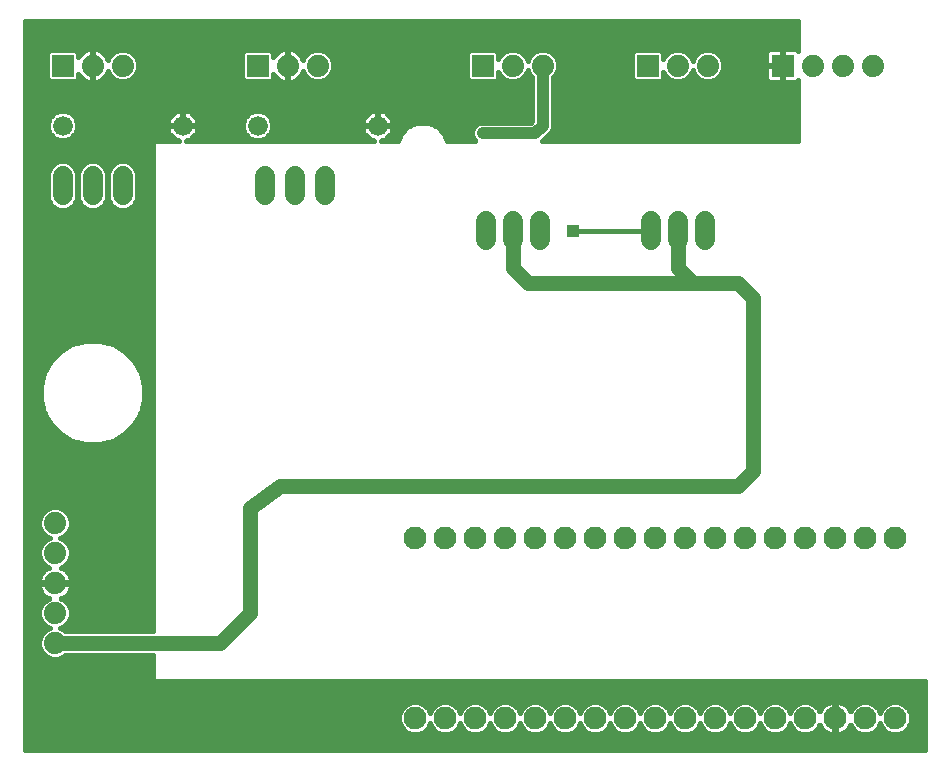
<source format=gbl>
G75*
%MOIN*%
%OFA0B0*%
%FSLAX25Y25*%
%IPPOS*%
%LPD*%
%AMOC8*
5,1,8,0,0,1.08239X$1,22.5*
%
%ADD10C,0.07400*%
%ADD11C,0.06600*%
%ADD12R,0.07400X0.07400*%
%ADD13C,0.06600*%
%ADD14C,0.07600*%
%ADD15C,0.03962*%
%ADD16C,0.04000*%
%ADD17C,0.01600*%
%ADD18C,0.05000*%
%ADD19R,0.03962X0.03962*%
D10*
X0034300Y0073933D03*
X0034300Y0083933D03*
X0034300Y0093933D03*
X0034300Y0103933D03*
X0034300Y0113933D03*
X0046800Y0266433D03*
X0056800Y0266433D03*
X0111800Y0266433D03*
X0121800Y0266433D03*
X0186800Y0266433D03*
X0196800Y0266433D03*
X0241800Y0266433D03*
X0251800Y0266433D03*
X0286800Y0266433D03*
X0296800Y0266433D03*
X0306800Y0266433D03*
D11*
X0141800Y0246433D03*
X0101800Y0246433D03*
X0076800Y0246433D03*
X0036800Y0246433D03*
D12*
X0036800Y0266433D03*
X0101800Y0266433D03*
X0176800Y0266433D03*
X0231800Y0266433D03*
X0276800Y0266433D03*
D13*
X0250800Y0214733D02*
X0250800Y0208133D01*
X0241800Y0208133D02*
X0241800Y0214733D01*
X0232800Y0214733D02*
X0232800Y0208133D01*
X0195800Y0208133D02*
X0195800Y0214733D01*
X0186800Y0214733D02*
X0186800Y0208133D01*
X0177800Y0208133D02*
X0177800Y0214733D01*
X0124300Y0223133D02*
X0124300Y0229733D01*
X0114300Y0229733D02*
X0114300Y0223133D01*
X0104300Y0223133D02*
X0104300Y0229733D01*
X0056800Y0229733D02*
X0056800Y0223133D01*
X0046800Y0223133D02*
X0046800Y0229733D01*
X0036800Y0229733D02*
X0036800Y0223133D01*
D14*
X0154300Y0108933D03*
X0164300Y0108933D03*
X0174300Y0108933D03*
X0184300Y0108933D03*
X0194300Y0108933D03*
X0204300Y0108933D03*
X0214300Y0108933D03*
X0224300Y0108933D03*
X0234300Y0108933D03*
X0244300Y0108933D03*
X0254300Y0108933D03*
X0264300Y0108933D03*
X0274300Y0108933D03*
X0284300Y0108933D03*
X0294300Y0108933D03*
X0304300Y0108933D03*
X0314300Y0108933D03*
X0314300Y0048933D03*
X0304300Y0048933D03*
X0294300Y0048933D03*
X0284300Y0048933D03*
X0274300Y0048933D03*
X0264300Y0048933D03*
X0254300Y0048933D03*
X0244300Y0048933D03*
X0234300Y0048933D03*
X0224300Y0048933D03*
X0214300Y0048933D03*
X0204300Y0048933D03*
X0194300Y0048933D03*
X0184300Y0048933D03*
X0174300Y0048933D03*
X0164300Y0048933D03*
X0154300Y0048933D03*
D15*
X0121800Y0051433D03*
X0176800Y0243933D03*
D16*
X0194300Y0243933D01*
X0196800Y0246433D01*
X0196800Y0266433D01*
D17*
X0024300Y0281433D02*
X0024300Y0038217D01*
X0324300Y0038217D01*
X0324300Y0061433D01*
X0066800Y0061433D01*
X0066800Y0069924D01*
X0037657Y0069924D01*
X0037250Y0069517D01*
X0035336Y0068724D01*
X0033264Y0068724D01*
X0031350Y0069517D01*
X0029884Y0070983D01*
X0029091Y0072897D01*
X0029091Y0074969D01*
X0029884Y0076884D01*
X0031350Y0078349D01*
X0032760Y0078933D01*
X0031350Y0079517D01*
X0029884Y0080983D01*
X0029091Y0082897D01*
X0029091Y0084969D01*
X0029884Y0086884D01*
X0031350Y0088349D01*
X0032378Y0088775D01*
X0032189Y0088836D01*
X0031417Y0089229D01*
X0030717Y0089738D01*
X0030105Y0090350D01*
X0029596Y0091050D01*
X0029203Y0091822D01*
X0028935Y0092645D01*
X0028800Y0093500D01*
X0028800Y0093733D01*
X0034100Y0093733D01*
X0034100Y0094133D01*
X0028800Y0094133D01*
X0028800Y0094366D01*
X0028935Y0095221D01*
X0029203Y0096044D01*
X0029596Y0096816D01*
X0030105Y0097516D01*
X0030717Y0098128D01*
X0031417Y0098637D01*
X0032189Y0099030D01*
X0032378Y0099091D01*
X0031350Y0099517D01*
X0029884Y0100983D01*
X0029091Y0102897D01*
X0029091Y0104969D01*
X0029884Y0106884D01*
X0031350Y0108349D01*
X0032760Y0108933D01*
X0031350Y0109517D01*
X0029884Y0110983D01*
X0029091Y0112897D01*
X0029091Y0114969D01*
X0029884Y0116884D01*
X0031350Y0118349D01*
X0033264Y0119142D01*
X0035336Y0119142D01*
X0037250Y0118349D01*
X0038716Y0116884D01*
X0039509Y0114969D01*
X0039509Y0112897D01*
X0038716Y0110983D01*
X0037250Y0109517D01*
X0035840Y0108933D01*
X0037250Y0108349D01*
X0038716Y0106884D01*
X0039509Y0104969D01*
X0039509Y0102897D01*
X0038716Y0100983D01*
X0037250Y0099517D01*
X0036222Y0099091D01*
X0036411Y0099030D01*
X0037183Y0098637D01*
X0037883Y0098128D01*
X0038495Y0097516D01*
X0039004Y0096816D01*
X0039397Y0096044D01*
X0039665Y0095221D01*
X0039800Y0094366D01*
X0039800Y0094133D01*
X0034500Y0094133D01*
X0034500Y0093733D01*
X0039800Y0093733D01*
X0039800Y0093500D01*
X0039665Y0092645D01*
X0039397Y0091822D01*
X0039004Y0091050D01*
X0038495Y0090350D01*
X0037883Y0089738D01*
X0037183Y0089229D01*
X0036411Y0088836D01*
X0036222Y0088775D01*
X0037250Y0088349D01*
X0038716Y0086884D01*
X0039509Y0084969D01*
X0039509Y0082897D01*
X0038716Y0080983D01*
X0037250Y0079517D01*
X0035840Y0078933D01*
X0037250Y0078349D01*
X0037657Y0077942D01*
X0066800Y0077942D01*
X0066800Y0241433D01*
X0075767Y0241433D01*
X0075606Y0241459D01*
X0074842Y0241707D01*
X0074127Y0242071D01*
X0073478Y0242543D01*
X0072910Y0243111D01*
X0072438Y0243760D01*
X0072074Y0244475D01*
X0071826Y0245239D01*
X0071700Y0246032D01*
X0071700Y0246133D01*
X0076500Y0246133D01*
X0076500Y0246733D01*
X0071700Y0246733D01*
X0071700Y0246834D01*
X0071826Y0247627D01*
X0072074Y0248391D01*
X0072438Y0249106D01*
X0072910Y0249755D01*
X0073478Y0250323D01*
X0074127Y0250795D01*
X0074842Y0251159D01*
X0075606Y0251407D01*
X0076399Y0251533D01*
X0076500Y0251533D01*
X0076500Y0246733D01*
X0077100Y0246733D01*
X0081900Y0246733D01*
X0081900Y0246834D01*
X0081774Y0247627D01*
X0081526Y0248391D01*
X0081162Y0249106D01*
X0080690Y0249755D01*
X0080122Y0250323D01*
X0079473Y0250795D01*
X0078758Y0251159D01*
X0077994Y0251407D01*
X0077201Y0251533D01*
X0077100Y0251533D01*
X0077100Y0246733D01*
X0077100Y0246133D01*
X0081900Y0246133D01*
X0081900Y0246032D01*
X0081774Y0245239D01*
X0081526Y0244475D01*
X0081162Y0243760D01*
X0080690Y0243111D01*
X0080122Y0242543D01*
X0079473Y0242071D01*
X0078758Y0241707D01*
X0077994Y0241459D01*
X0077833Y0241433D01*
X0140767Y0241433D01*
X0140606Y0241459D01*
X0139842Y0241707D01*
X0139127Y0242071D01*
X0138478Y0242543D01*
X0137910Y0243111D01*
X0137438Y0243760D01*
X0137074Y0244475D01*
X0136826Y0245239D01*
X0136700Y0246032D01*
X0136700Y0246133D01*
X0141500Y0246133D01*
X0141500Y0246733D01*
X0136700Y0246733D01*
X0136700Y0246834D01*
X0136826Y0247627D01*
X0137074Y0248391D01*
X0137438Y0249106D01*
X0137910Y0249755D01*
X0138478Y0250323D01*
X0139127Y0250795D01*
X0139842Y0251159D01*
X0140606Y0251407D01*
X0141399Y0251533D01*
X0141500Y0251533D01*
X0141500Y0246733D01*
X0142100Y0246733D01*
X0146900Y0246733D01*
X0146900Y0246834D01*
X0146774Y0247627D01*
X0146526Y0248391D01*
X0146162Y0249106D01*
X0145690Y0249755D01*
X0145122Y0250323D01*
X0144473Y0250795D01*
X0143758Y0251159D01*
X0142994Y0251407D01*
X0142201Y0251533D01*
X0142100Y0251533D01*
X0142100Y0246733D01*
X0142100Y0246133D01*
X0146900Y0246133D01*
X0146900Y0246032D01*
X0146774Y0245239D01*
X0146526Y0244475D01*
X0146162Y0243760D01*
X0145690Y0243111D01*
X0145122Y0242543D01*
X0144473Y0242071D01*
X0143758Y0241707D01*
X0142994Y0241459D01*
X0142833Y0241433D01*
X0148635Y0241433D01*
X0149594Y0243748D01*
X0149594Y0243748D01*
X0151985Y0246139D01*
X0151985Y0246139D01*
X0155109Y0247433D01*
X0158491Y0247433D01*
X0161615Y0246139D01*
X0161615Y0246139D01*
X0164006Y0243748D01*
X0164006Y0243748D01*
X0164965Y0241433D01*
X0174338Y0241433D01*
X0173826Y0241946D01*
X0173291Y0243235D01*
X0173291Y0244631D01*
X0173826Y0245921D01*
X0174812Y0246908D01*
X0176102Y0247442D01*
X0192847Y0247442D01*
X0193291Y0247886D01*
X0193291Y0262576D01*
X0192384Y0263483D01*
X0191800Y0264893D01*
X0191216Y0263483D01*
X0189750Y0262017D01*
X0187836Y0261224D01*
X0185764Y0261224D01*
X0183850Y0262017D01*
X0182384Y0263483D01*
X0182009Y0264390D01*
X0182009Y0262108D01*
X0181125Y0261224D01*
X0172475Y0261224D01*
X0171591Y0262108D01*
X0171591Y0270758D01*
X0172475Y0271642D01*
X0181125Y0271642D01*
X0182009Y0270758D01*
X0182009Y0268477D01*
X0182384Y0269384D01*
X0183850Y0270849D01*
X0185764Y0271642D01*
X0187836Y0271642D01*
X0189750Y0270849D01*
X0191216Y0269384D01*
X0191800Y0267973D01*
X0192384Y0269384D01*
X0193850Y0270849D01*
X0195764Y0271642D01*
X0197836Y0271642D01*
X0199750Y0270849D01*
X0201216Y0269384D01*
X0202009Y0267469D01*
X0202009Y0265397D01*
X0201216Y0263483D01*
X0200309Y0262576D01*
X0200309Y0245735D01*
X0199774Y0244446D01*
X0198787Y0243459D01*
X0196762Y0241433D01*
X0281800Y0241433D01*
X0281800Y0261487D01*
X0281605Y0261293D01*
X0281195Y0261056D01*
X0280737Y0260933D01*
X0277000Y0260933D01*
X0277000Y0266233D01*
X0276600Y0266233D01*
X0276600Y0260933D01*
X0272863Y0260933D01*
X0272405Y0261056D01*
X0271995Y0261293D01*
X0271660Y0261628D01*
X0271423Y0262038D01*
X0271300Y0262496D01*
X0271300Y0266233D01*
X0276600Y0266233D01*
X0276600Y0266633D01*
X0271300Y0266633D01*
X0271300Y0270370D01*
X0271423Y0270828D01*
X0271660Y0271238D01*
X0271995Y0271573D01*
X0272405Y0271810D01*
X0272863Y0271933D01*
X0276600Y0271933D01*
X0276600Y0266633D01*
X0277000Y0266633D01*
X0277000Y0271933D01*
X0280737Y0271933D01*
X0281195Y0271810D01*
X0281605Y0271573D01*
X0281800Y0271379D01*
X0281800Y0281433D01*
X0024300Y0281433D01*
X0024300Y0279946D02*
X0281800Y0279946D01*
X0281800Y0278347D02*
X0024300Y0278347D01*
X0024300Y0276749D02*
X0281800Y0276749D01*
X0281800Y0275150D02*
X0024300Y0275150D01*
X0024300Y0273552D02*
X0281800Y0273552D01*
X0281800Y0271953D02*
X0024300Y0271953D01*
X0024300Y0270355D02*
X0031591Y0270355D01*
X0031591Y0270758D02*
X0031591Y0262108D01*
X0032475Y0261224D01*
X0041125Y0261224D01*
X0042009Y0262108D01*
X0042009Y0263722D01*
X0042096Y0263550D01*
X0042605Y0262850D01*
X0043217Y0262238D01*
X0043917Y0261729D01*
X0044689Y0261336D01*
X0045512Y0261069D01*
X0046367Y0260933D01*
X0046600Y0260933D01*
X0046600Y0266233D01*
X0047000Y0266233D01*
X0047000Y0260933D01*
X0047233Y0260933D01*
X0048088Y0261069D01*
X0048911Y0261336D01*
X0049683Y0261729D01*
X0050383Y0262238D01*
X0050995Y0262850D01*
X0051504Y0263550D01*
X0051897Y0264322D01*
X0051958Y0264511D01*
X0052384Y0263483D01*
X0053850Y0262017D01*
X0055764Y0261224D01*
X0057836Y0261224D01*
X0059750Y0262017D01*
X0061216Y0263483D01*
X0062009Y0265397D01*
X0062009Y0267469D01*
X0061216Y0269384D01*
X0059750Y0270849D01*
X0057836Y0271642D01*
X0055764Y0271642D01*
X0053850Y0270849D01*
X0052384Y0269384D01*
X0051958Y0268355D01*
X0051897Y0268544D01*
X0051504Y0269316D01*
X0050995Y0270016D01*
X0050383Y0270628D01*
X0049683Y0271137D01*
X0048911Y0271530D01*
X0048088Y0271798D01*
X0047233Y0271933D01*
X0047000Y0271933D01*
X0047000Y0266633D01*
X0046600Y0266633D01*
X0046600Y0271933D01*
X0046367Y0271933D01*
X0045512Y0271798D01*
X0044689Y0271530D01*
X0043917Y0271137D01*
X0043217Y0270628D01*
X0042605Y0270016D01*
X0042096Y0269316D01*
X0042009Y0269144D01*
X0042009Y0270758D01*
X0041125Y0271642D01*
X0032475Y0271642D01*
X0031591Y0270758D01*
X0031591Y0268756D02*
X0024300Y0268756D01*
X0024300Y0267158D02*
X0031591Y0267158D01*
X0031591Y0265559D02*
X0024300Y0265559D01*
X0024300Y0263961D02*
X0031591Y0263961D01*
X0031591Y0262362D02*
X0024300Y0262362D01*
X0024300Y0260764D02*
X0193291Y0260764D01*
X0193291Y0262362D02*
X0190095Y0262362D01*
X0191414Y0263961D02*
X0192186Y0263961D01*
X0192124Y0268756D02*
X0191476Y0268756D01*
X0190245Y0270355D02*
X0193355Y0270355D01*
X0200245Y0270355D02*
X0226591Y0270355D01*
X0226591Y0270758D02*
X0226591Y0262108D01*
X0227475Y0261224D01*
X0236125Y0261224D01*
X0237009Y0262108D01*
X0237009Y0264390D01*
X0237384Y0263483D01*
X0238850Y0262017D01*
X0240764Y0261224D01*
X0242836Y0261224D01*
X0244750Y0262017D01*
X0246216Y0263483D01*
X0246800Y0264893D01*
X0247384Y0263483D01*
X0248850Y0262017D01*
X0250764Y0261224D01*
X0252836Y0261224D01*
X0254750Y0262017D01*
X0256216Y0263483D01*
X0257009Y0265397D01*
X0257009Y0267469D01*
X0256216Y0269384D01*
X0254750Y0270849D01*
X0252836Y0271642D01*
X0250764Y0271642D01*
X0248850Y0270849D01*
X0247384Y0269384D01*
X0246800Y0267973D01*
X0246216Y0269384D01*
X0244750Y0270849D01*
X0242836Y0271642D01*
X0240764Y0271642D01*
X0238850Y0270849D01*
X0237384Y0269384D01*
X0237009Y0268477D01*
X0237009Y0270758D01*
X0236125Y0271642D01*
X0227475Y0271642D01*
X0226591Y0270758D01*
X0226591Y0268756D02*
X0201476Y0268756D01*
X0202009Y0267158D02*
X0226591Y0267158D01*
X0226591Y0265559D02*
X0202009Y0265559D01*
X0201414Y0263961D02*
X0226591Y0263961D01*
X0226591Y0262362D02*
X0200309Y0262362D01*
X0200309Y0260764D02*
X0281800Y0260764D01*
X0281800Y0259165D02*
X0200309Y0259165D01*
X0200309Y0257567D02*
X0281800Y0257567D01*
X0281800Y0255968D02*
X0200309Y0255968D01*
X0200309Y0254370D02*
X0281800Y0254370D01*
X0281800Y0252771D02*
X0200309Y0252771D01*
X0200309Y0251173D02*
X0281800Y0251173D01*
X0281800Y0249574D02*
X0200309Y0249574D01*
X0200309Y0247976D02*
X0281800Y0247976D01*
X0281800Y0246377D02*
X0200309Y0246377D01*
X0199912Y0244779D02*
X0281800Y0244779D01*
X0281800Y0243180D02*
X0198509Y0243180D01*
X0196910Y0241581D02*
X0281800Y0241581D01*
X0277000Y0262362D02*
X0276600Y0262362D01*
X0276600Y0263961D02*
X0277000Y0263961D01*
X0277000Y0265559D02*
X0276600Y0265559D01*
X0276600Y0267158D02*
X0277000Y0267158D01*
X0277000Y0268756D02*
X0276600Y0268756D01*
X0276600Y0270355D02*
X0277000Y0270355D01*
X0271300Y0270355D02*
X0255245Y0270355D01*
X0256476Y0268756D02*
X0271300Y0268756D01*
X0271300Y0267158D02*
X0257009Y0267158D01*
X0257009Y0265559D02*
X0271300Y0265559D01*
X0271300Y0263961D02*
X0256414Y0263961D01*
X0255095Y0262362D02*
X0271336Y0262362D01*
X0248505Y0262362D02*
X0245095Y0262362D01*
X0246414Y0263961D02*
X0247186Y0263961D01*
X0247124Y0268756D02*
X0246476Y0268756D01*
X0245245Y0270355D02*
X0248355Y0270355D01*
X0238355Y0270355D02*
X0237009Y0270355D01*
X0237009Y0268756D02*
X0237124Y0268756D01*
X0237186Y0263961D02*
X0237009Y0263961D01*
X0237009Y0262362D02*
X0238505Y0262362D01*
X0193291Y0259165D02*
X0024300Y0259165D01*
X0024300Y0257567D02*
X0193291Y0257567D01*
X0193291Y0255968D02*
X0024300Y0255968D01*
X0024300Y0254370D02*
X0193291Y0254370D01*
X0193291Y0252771D02*
X0024300Y0252771D01*
X0024300Y0251173D02*
X0035677Y0251173D01*
X0035843Y0251242D02*
X0034076Y0250510D01*
X0032723Y0249157D01*
X0031991Y0247390D01*
X0031991Y0245477D01*
X0032723Y0243709D01*
X0034076Y0242356D01*
X0035843Y0241624D01*
X0037756Y0241624D01*
X0039524Y0242356D01*
X0040877Y0243709D01*
X0041609Y0245477D01*
X0041609Y0247390D01*
X0040877Y0249157D01*
X0039524Y0250510D01*
X0037756Y0251242D01*
X0035843Y0251242D01*
X0037923Y0251173D02*
X0074883Y0251173D01*
X0076500Y0251173D02*
X0077100Y0251173D01*
X0077100Y0249574D02*
X0076500Y0249574D01*
X0076500Y0247976D02*
X0077100Y0247976D01*
X0077100Y0246377D02*
X0096991Y0246377D01*
X0096991Y0245477D02*
X0096991Y0247390D01*
X0097723Y0249157D01*
X0099076Y0250510D01*
X0100843Y0251242D01*
X0102756Y0251242D01*
X0104524Y0250510D01*
X0105877Y0249157D01*
X0106609Y0247390D01*
X0106609Y0245477D01*
X0105877Y0243709D01*
X0104524Y0242356D01*
X0102756Y0241624D01*
X0100843Y0241624D01*
X0099076Y0242356D01*
X0097723Y0243709D01*
X0096991Y0245477D01*
X0097280Y0244779D02*
X0081625Y0244779D01*
X0080740Y0243180D02*
X0098253Y0243180D01*
X0097234Y0247976D02*
X0081661Y0247976D01*
X0080822Y0249574D02*
X0098141Y0249574D01*
X0100677Y0251173D02*
X0078717Y0251173D01*
X0076500Y0246377D02*
X0041609Y0246377D01*
X0041366Y0247976D02*
X0071939Y0247976D01*
X0072778Y0249574D02*
X0040459Y0249574D01*
X0041320Y0244779D02*
X0071975Y0244779D01*
X0072860Y0243180D02*
X0040347Y0243180D01*
X0033253Y0243180D02*
X0024300Y0243180D01*
X0024300Y0241581D02*
X0075228Y0241581D01*
X0078372Y0241581D02*
X0140228Y0241581D01*
X0137860Y0243180D02*
X0105347Y0243180D01*
X0106320Y0244779D02*
X0136975Y0244779D01*
X0136939Y0247976D02*
X0106366Y0247976D01*
X0106609Y0246377D02*
X0141500Y0246377D01*
X0142100Y0246377D02*
X0152560Y0246377D01*
X0150625Y0244779D02*
X0146625Y0244779D01*
X0145740Y0243180D02*
X0149359Y0243180D01*
X0148697Y0241581D02*
X0143372Y0241581D01*
X0142100Y0247976D02*
X0141500Y0247976D01*
X0141500Y0249574D02*
X0142100Y0249574D01*
X0142100Y0251173D02*
X0141500Y0251173D01*
X0139883Y0251173D02*
X0102923Y0251173D01*
X0105459Y0249574D02*
X0137778Y0249574D01*
X0143717Y0251173D02*
X0193291Y0251173D01*
X0193291Y0249574D02*
X0145822Y0249574D01*
X0146661Y0247976D02*
X0193291Y0247976D01*
X0183505Y0262362D02*
X0182009Y0262362D01*
X0182009Y0263961D02*
X0182186Y0263961D01*
X0182124Y0268756D02*
X0182009Y0268756D01*
X0182009Y0270355D02*
X0183355Y0270355D01*
X0171591Y0270355D02*
X0125245Y0270355D01*
X0124750Y0270849D02*
X0122836Y0271642D01*
X0120764Y0271642D01*
X0118850Y0270849D01*
X0117384Y0269384D01*
X0116958Y0268355D01*
X0116897Y0268544D01*
X0116504Y0269316D01*
X0115995Y0270016D01*
X0115383Y0270628D01*
X0114683Y0271137D01*
X0113911Y0271530D01*
X0113088Y0271798D01*
X0112233Y0271933D01*
X0112000Y0271933D01*
X0112000Y0266633D01*
X0111600Y0266633D01*
X0111600Y0271933D01*
X0111367Y0271933D01*
X0110512Y0271798D01*
X0109689Y0271530D01*
X0108917Y0271137D01*
X0108217Y0270628D01*
X0107605Y0270016D01*
X0107096Y0269316D01*
X0107009Y0269144D01*
X0107009Y0270758D01*
X0106125Y0271642D01*
X0097475Y0271642D01*
X0096591Y0270758D01*
X0096591Y0262108D01*
X0097475Y0261224D01*
X0106125Y0261224D01*
X0107009Y0262108D01*
X0107009Y0263722D01*
X0107096Y0263550D01*
X0107605Y0262850D01*
X0108217Y0262238D01*
X0108917Y0261729D01*
X0109689Y0261336D01*
X0110512Y0261069D01*
X0111367Y0260933D01*
X0111600Y0260933D01*
X0111600Y0266233D01*
X0112000Y0266233D01*
X0112000Y0260933D01*
X0112233Y0260933D01*
X0113088Y0261069D01*
X0113911Y0261336D01*
X0114683Y0261729D01*
X0115383Y0262238D01*
X0115995Y0262850D01*
X0116504Y0263550D01*
X0116897Y0264322D01*
X0116958Y0264511D01*
X0117384Y0263483D01*
X0118850Y0262017D01*
X0120764Y0261224D01*
X0122836Y0261224D01*
X0124750Y0262017D01*
X0126216Y0263483D01*
X0127009Y0265397D01*
X0127009Y0267469D01*
X0126216Y0269384D01*
X0124750Y0270849D01*
X0126476Y0268756D02*
X0171591Y0268756D01*
X0171591Y0267158D02*
X0127009Y0267158D01*
X0127009Y0265559D02*
X0171591Y0265559D01*
X0171591Y0263961D02*
X0126414Y0263961D01*
X0125095Y0262362D02*
X0171591Y0262362D01*
X0174282Y0246377D02*
X0161040Y0246377D01*
X0162975Y0244779D02*
X0173352Y0244779D01*
X0173314Y0243180D02*
X0164241Y0243180D01*
X0164903Y0241581D02*
X0174190Y0241581D01*
X0206800Y0211433D02*
X0232800Y0211433D01*
X0118505Y0262362D02*
X0115507Y0262362D01*
X0116713Y0263961D02*
X0117186Y0263961D01*
X0117124Y0268756D02*
X0116789Y0268756D01*
X0115657Y0270355D02*
X0118355Y0270355D01*
X0112000Y0270355D02*
X0111600Y0270355D01*
X0111600Y0268756D02*
X0112000Y0268756D01*
X0112000Y0267158D02*
X0111600Y0267158D01*
X0111600Y0265559D02*
X0112000Y0265559D01*
X0112000Y0263961D02*
X0111600Y0263961D01*
X0111600Y0262362D02*
X0112000Y0262362D01*
X0108093Y0262362D02*
X0107009Y0262362D01*
X0096591Y0262362D02*
X0060095Y0262362D01*
X0061414Y0263961D02*
X0096591Y0263961D01*
X0096591Y0265559D02*
X0062009Y0265559D01*
X0062009Y0267158D02*
X0096591Y0267158D01*
X0096591Y0268756D02*
X0061476Y0268756D01*
X0060245Y0270355D02*
X0096591Y0270355D01*
X0107009Y0270355D02*
X0107943Y0270355D01*
X0066800Y0239983D02*
X0024300Y0239983D01*
X0024300Y0238384D02*
X0066800Y0238384D01*
X0066800Y0236786D02*
X0024300Y0236786D01*
X0024300Y0235187D02*
X0066800Y0235187D01*
X0066800Y0233589D02*
X0059745Y0233589D01*
X0059524Y0233810D02*
X0057756Y0234542D01*
X0055843Y0234542D01*
X0054076Y0233810D01*
X0052723Y0232457D01*
X0051991Y0230690D01*
X0051991Y0222177D01*
X0052723Y0220409D01*
X0054076Y0219056D01*
X0055843Y0218324D01*
X0057756Y0218324D01*
X0059524Y0219056D01*
X0060877Y0220409D01*
X0061609Y0222177D01*
X0061609Y0230690D01*
X0060877Y0232457D01*
X0059524Y0233810D01*
X0061070Y0231990D02*
X0066800Y0231990D01*
X0066800Y0230392D02*
X0061609Y0230392D01*
X0061609Y0228793D02*
X0066800Y0228793D01*
X0066800Y0227195D02*
X0061609Y0227195D01*
X0061609Y0225596D02*
X0066800Y0225596D01*
X0066800Y0223998D02*
X0061609Y0223998D01*
X0061609Y0222399D02*
X0066800Y0222399D01*
X0066800Y0220801D02*
X0061039Y0220801D01*
X0059670Y0219202D02*
X0066800Y0219202D01*
X0066800Y0217604D02*
X0024300Y0217604D01*
X0024300Y0219202D02*
X0033930Y0219202D01*
X0034076Y0219056D02*
X0035843Y0218324D01*
X0037756Y0218324D01*
X0039524Y0219056D01*
X0040877Y0220409D01*
X0041609Y0222177D01*
X0041609Y0230690D01*
X0040877Y0232457D01*
X0039524Y0233810D01*
X0037756Y0234542D01*
X0035843Y0234542D01*
X0034076Y0233810D01*
X0032723Y0232457D01*
X0031991Y0230690D01*
X0031991Y0222177D01*
X0032723Y0220409D01*
X0034076Y0219056D01*
X0032561Y0220801D02*
X0024300Y0220801D01*
X0024300Y0222399D02*
X0031991Y0222399D01*
X0031991Y0223998D02*
X0024300Y0223998D01*
X0024300Y0225596D02*
X0031991Y0225596D01*
X0031991Y0227195D02*
X0024300Y0227195D01*
X0024300Y0228793D02*
X0031991Y0228793D01*
X0031991Y0230392D02*
X0024300Y0230392D01*
X0024300Y0231990D02*
X0032530Y0231990D01*
X0033855Y0233589D02*
X0024300Y0233589D01*
X0024300Y0244779D02*
X0032280Y0244779D01*
X0031991Y0246377D02*
X0024300Y0246377D01*
X0024300Y0247976D02*
X0032234Y0247976D01*
X0033141Y0249574D02*
X0024300Y0249574D01*
X0042009Y0262362D02*
X0043093Y0262362D01*
X0046600Y0262362D02*
X0047000Y0262362D01*
X0047000Y0263961D02*
X0046600Y0263961D01*
X0046600Y0265559D02*
X0047000Y0265559D01*
X0047000Y0267158D02*
X0046600Y0267158D01*
X0046600Y0268756D02*
X0047000Y0268756D01*
X0047000Y0270355D02*
X0046600Y0270355D01*
X0042943Y0270355D02*
X0042009Y0270355D01*
X0050657Y0270355D02*
X0053355Y0270355D01*
X0052124Y0268756D02*
X0051789Y0268756D01*
X0051713Y0263961D02*
X0052186Y0263961D01*
X0053505Y0262362D02*
X0050507Y0262362D01*
X0047756Y0234542D02*
X0045843Y0234542D01*
X0044076Y0233810D01*
X0042723Y0232457D01*
X0041991Y0230690D01*
X0041991Y0222177D01*
X0042723Y0220409D01*
X0044076Y0219056D01*
X0045843Y0218324D01*
X0047756Y0218324D01*
X0049524Y0219056D01*
X0050877Y0220409D01*
X0051609Y0222177D01*
X0051609Y0230690D01*
X0050877Y0232457D01*
X0049524Y0233810D01*
X0047756Y0234542D01*
X0049745Y0233589D02*
X0053855Y0233589D01*
X0052530Y0231990D02*
X0051070Y0231990D01*
X0051609Y0230392D02*
X0051991Y0230392D01*
X0051991Y0228793D02*
X0051609Y0228793D01*
X0051609Y0227195D02*
X0051991Y0227195D01*
X0051991Y0225596D02*
X0051609Y0225596D01*
X0051609Y0223998D02*
X0051991Y0223998D01*
X0051991Y0222399D02*
X0051609Y0222399D01*
X0051039Y0220801D02*
X0052561Y0220801D01*
X0053930Y0219202D02*
X0049670Y0219202D01*
X0043930Y0219202D02*
X0039670Y0219202D01*
X0041039Y0220801D02*
X0042561Y0220801D01*
X0041991Y0222399D02*
X0041609Y0222399D01*
X0041609Y0223998D02*
X0041991Y0223998D01*
X0041991Y0225596D02*
X0041609Y0225596D01*
X0041609Y0227195D02*
X0041991Y0227195D01*
X0041991Y0228793D02*
X0041609Y0228793D01*
X0041609Y0230392D02*
X0041991Y0230392D01*
X0042530Y0231990D02*
X0041070Y0231990D01*
X0039745Y0233589D02*
X0043855Y0233589D01*
X0024300Y0216005D02*
X0066800Y0216005D01*
X0066800Y0214407D02*
X0024300Y0214407D01*
X0024300Y0212808D02*
X0066800Y0212808D01*
X0066800Y0211210D02*
X0024300Y0211210D01*
X0024300Y0209611D02*
X0066800Y0209611D01*
X0066800Y0208013D02*
X0024300Y0208013D01*
X0024300Y0206414D02*
X0066800Y0206414D01*
X0066800Y0204816D02*
X0024300Y0204816D01*
X0024300Y0203217D02*
X0066800Y0203217D01*
X0066800Y0201619D02*
X0024300Y0201619D01*
X0024300Y0200020D02*
X0066800Y0200020D01*
X0066800Y0198422D02*
X0024300Y0198422D01*
X0024300Y0196823D02*
X0066800Y0196823D01*
X0066800Y0195225D02*
X0024300Y0195225D01*
X0024300Y0193626D02*
X0066800Y0193626D01*
X0066800Y0192028D02*
X0024300Y0192028D01*
X0024300Y0190429D02*
X0066800Y0190429D01*
X0066800Y0188831D02*
X0024300Y0188831D01*
X0024300Y0187232D02*
X0066800Y0187232D01*
X0066800Y0185634D02*
X0024300Y0185634D01*
X0024300Y0184035D02*
X0066800Y0184035D01*
X0066800Y0182437D02*
X0024300Y0182437D01*
X0024300Y0180838D02*
X0066800Y0180838D01*
X0066800Y0179240D02*
X0024300Y0179240D01*
X0024300Y0177641D02*
X0066800Y0177641D01*
X0066800Y0176043D02*
X0024300Y0176043D01*
X0024300Y0174444D02*
X0043444Y0174444D01*
X0044522Y0174733D02*
X0040122Y0173554D01*
X0036178Y0171277D01*
X0032957Y0168056D01*
X0030679Y0164111D01*
X0029500Y0159711D01*
X0029500Y0155155D01*
X0030679Y0150756D01*
X0032957Y0146811D01*
X0036178Y0143590D01*
X0040122Y0141312D01*
X0044522Y0140133D01*
X0049078Y0140133D01*
X0053478Y0141312D01*
X0057422Y0143590D01*
X0060643Y0146811D01*
X0062921Y0150756D01*
X0064100Y0155155D01*
X0064100Y0159711D01*
X0062921Y0164111D01*
X0060643Y0168056D01*
X0057422Y0171277D01*
X0053478Y0173554D01*
X0049078Y0174733D01*
X0044522Y0174733D01*
X0038895Y0172845D02*
X0024300Y0172845D01*
X0024300Y0171247D02*
X0036148Y0171247D01*
X0034550Y0169648D02*
X0024300Y0169648D01*
X0024300Y0168050D02*
X0032953Y0168050D01*
X0032030Y0166451D02*
X0024300Y0166451D01*
X0024300Y0164853D02*
X0031108Y0164853D01*
X0030450Y0163254D02*
X0024300Y0163254D01*
X0024300Y0161656D02*
X0030021Y0161656D01*
X0029593Y0160057D02*
X0024300Y0160057D01*
X0024300Y0158459D02*
X0029500Y0158459D01*
X0029500Y0156860D02*
X0024300Y0156860D01*
X0024300Y0155262D02*
X0029500Y0155262D01*
X0029900Y0153663D02*
X0024300Y0153663D01*
X0024300Y0152065D02*
X0030328Y0152065D01*
X0030846Y0150466D02*
X0024300Y0150466D01*
X0024300Y0148868D02*
X0031769Y0148868D01*
X0032692Y0147269D02*
X0024300Y0147269D01*
X0024300Y0145671D02*
X0034096Y0145671D01*
X0035695Y0144072D02*
X0024300Y0144072D01*
X0024300Y0142474D02*
X0038110Y0142474D01*
X0041752Y0140875D02*
X0024300Y0140875D01*
X0024300Y0139277D02*
X0066800Y0139277D01*
X0066800Y0140875D02*
X0051848Y0140875D01*
X0055490Y0142474D02*
X0066800Y0142474D01*
X0066800Y0144072D02*
X0057905Y0144072D01*
X0059504Y0145671D02*
X0066800Y0145671D01*
X0066800Y0147269D02*
X0060908Y0147269D01*
X0061831Y0148868D02*
X0066800Y0148868D01*
X0066800Y0150466D02*
X0062754Y0150466D01*
X0063272Y0152065D02*
X0066800Y0152065D01*
X0066800Y0153663D02*
X0063700Y0153663D01*
X0064100Y0155262D02*
X0066800Y0155262D01*
X0066800Y0156860D02*
X0064100Y0156860D01*
X0064100Y0158459D02*
X0066800Y0158459D01*
X0066800Y0160057D02*
X0064007Y0160057D01*
X0063579Y0161656D02*
X0066800Y0161656D01*
X0066800Y0163254D02*
X0063150Y0163254D01*
X0062492Y0164853D02*
X0066800Y0164853D01*
X0066800Y0166451D02*
X0061570Y0166451D01*
X0060647Y0168050D02*
X0066800Y0168050D01*
X0066800Y0169648D02*
X0059050Y0169648D01*
X0057452Y0171247D02*
X0066800Y0171247D01*
X0066800Y0172845D02*
X0054705Y0172845D01*
X0050156Y0174444D02*
X0066800Y0174444D01*
X0066800Y0137678D02*
X0024300Y0137678D01*
X0024300Y0136080D02*
X0066800Y0136080D01*
X0066800Y0134481D02*
X0024300Y0134481D01*
X0024300Y0132883D02*
X0066800Y0132883D01*
X0066800Y0131284D02*
X0024300Y0131284D01*
X0024300Y0129686D02*
X0066800Y0129686D01*
X0066800Y0128087D02*
X0024300Y0128087D01*
X0024300Y0126489D02*
X0066800Y0126489D01*
X0066800Y0124890D02*
X0024300Y0124890D01*
X0024300Y0123292D02*
X0066800Y0123292D01*
X0066800Y0121693D02*
X0024300Y0121693D01*
X0024300Y0120095D02*
X0066800Y0120095D01*
X0066800Y0118496D02*
X0036895Y0118496D01*
X0038702Y0116898D02*
X0066800Y0116898D01*
X0066800Y0115299D02*
X0039372Y0115299D01*
X0039509Y0113701D02*
X0066800Y0113701D01*
X0066800Y0112102D02*
X0039179Y0112102D01*
X0038237Y0110504D02*
X0066800Y0110504D01*
X0066800Y0108905D02*
X0035907Y0108905D01*
X0038293Y0107307D02*
X0066800Y0107307D01*
X0066800Y0105708D02*
X0039203Y0105708D01*
X0039509Y0104110D02*
X0066800Y0104110D01*
X0066800Y0102511D02*
X0039349Y0102511D01*
X0038646Y0100912D02*
X0066800Y0100912D01*
X0066800Y0099314D02*
X0036759Y0099314D01*
X0038296Y0097715D02*
X0066800Y0097715D01*
X0066800Y0096117D02*
X0039360Y0096117D01*
X0039776Y0094518D02*
X0066800Y0094518D01*
X0066800Y0092920D02*
X0039708Y0092920D01*
X0039142Y0091321D02*
X0066800Y0091321D01*
X0066800Y0089723D02*
X0037862Y0089723D01*
X0037475Y0088124D02*
X0066800Y0088124D01*
X0066800Y0086526D02*
X0038864Y0086526D01*
X0039509Y0084927D02*
X0066800Y0084927D01*
X0066800Y0083329D02*
X0039509Y0083329D01*
X0039025Y0081730D02*
X0066800Y0081730D01*
X0066800Y0080132D02*
X0037865Y0080132D01*
X0036805Y0078533D02*
X0066800Y0078533D01*
X0066800Y0068942D02*
X0035862Y0068942D01*
X0032738Y0068942D02*
X0024300Y0068942D01*
X0024300Y0067344D02*
X0066800Y0067344D01*
X0066800Y0065745D02*
X0024300Y0065745D01*
X0024300Y0064147D02*
X0066800Y0064147D01*
X0066800Y0062548D02*
X0024300Y0062548D01*
X0024300Y0060950D02*
X0324300Y0060950D01*
X0324300Y0059351D02*
X0024300Y0059351D01*
X0024300Y0057753D02*
X0324300Y0057753D01*
X0324300Y0056154D02*
X0024300Y0056154D01*
X0024300Y0054556D02*
X0324300Y0054556D01*
X0324300Y0052957D02*
X0317783Y0052957D01*
X0317307Y0053434D02*
X0315356Y0054242D01*
X0313244Y0054242D01*
X0311293Y0053434D01*
X0309800Y0051940D01*
X0309300Y0050734D01*
X0308800Y0051940D01*
X0307307Y0053434D01*
X0305356Y0054242D01*
X0303244Y0054242D01*
X0301293Y0053434D01*
X0299800Y0051940D01*
X0299465Y0051132D01*
X0299090Y0051868D01*
X0298571Y0052581D01*
X0297948Y0053205D01*
X0297235Y0053723D01*
X0296450Y0054123D01*
X0295611Y0054395D01*
X0294741Y0054533D01*
X0294583Y0054533D01*
X0294583Y0049216D01*
X0294017Y0049216D01*
X0294017Y0054533D01*
X0293859Y0054533D01*
X0292989Y0054395D01*
X0292150Y0054123D01*
X0291365Y0053723D01*
X0290652Y0053205D01*
X0290029Y0052581D01*
X0289510Y0051868D01*
X0289135Y0051132D01*
X0288800Y0051940D01*
X0287307Y0053434D01*
X0285356Y0054242D01*
X0283244Y0054242D01*
X0281293Y0053434D01*
X0279800Y0051940D01*
X0279300Y0050734D01*
X0278800Y0051940D01*
X0277307Y0053434D01*
X0275356Y0054242D01*
X0273244Y0054242D01*
X0271293Y0053434D01*
X0269800Y0051940D01*
X0269300Y0050734D01*
X0268800Y0051940D01*
X0267307Y0053434D01*
X0265356Y0054242D01*
X0263244Y0054242D01*
X0261293Y0053434D01*
X0259800Y0051940D01*
X0259300Y0050734D01*
X0258800Y0051940D01*
X0257307Y0053434D01*
X0255356Y0054242D01*
X0253244Y0054242D01*
X0251293Y0053434D01*
X0249800Y0051940D01*
X0249300Y0050734D01*
X0248800Y0051940D01*
X0247307Y0053434D01*
X0245356Y0054242D01*
X0243244Y0054242D01*
X0241293Y0053434D01*
X0239800Y0051940D01*
X0239300Y0050734D01*
X0238800Y0051940D01*
X0237307Y0053434D01*
X0235356Y0054242D01*
X0233244Y0054242D01*
X0231293Y0053434D01*
X0229800Y0051940D01*
X0229300Y0050734D01*
X0228800Y0051940D01*
X0227307Y0053434D01*
X0225356Y0054242D01*
X0223244Y0054242D01*
X0221293Y0053434D01*
X0219800Y0051940D01*
X0219300Y0050734D01*
X0218800Y0051940D01*
X0217307Y0053434D01*
X0215356Y0054242D01*
X0213244Y0054242D01*
X0211293Y0053434D01*
X0209800Y0051940D01*
X0209300Y0050734D01*
X0208800Y0051940D01*
X0207307Y0053434D01*
X0205356Y0054242D01*
X0203244Y0054242D01*
X0201293Y0053434D01*
X0199800Y0051940D01*
X0199300Y0050734D01*
X0198800Y0051940D01*
X0197307Y0053434D01*
X0195356Y0054242D01*
X0193244Y0054242D01*
X0191293Y0053434D01*
X0189800Y0051940D01*
X0189300Y0050734D01*
X0188800Y0051940D01*
X0187307Y0053434D01*
X0185356Y0054242D01*
X0183244Y0054242D01*
X0181293Y0053434D01*
X0179800Y0051940D01*
X0179300Y0050734D01*
X0178800Y0051940D01*
X0177307Y0053434D01*
X0175356Y0054242D01*
X0173244Y0054242D01*
X0171293Y0053434D01*
X0169800Y0051940D01*
X0169300Y0050734D01*
X0168800Y0051940D01*
X0167307Y0053434D01*
X0165356Y0054242D01*
X0163244Y0054242D01*
X0161293Y0053434D01*
X0159800Y0051940D01*
X0159300Y0050734D01*
X0158800Y0051940D01*
X0157307Y0053434D01*
X0155356Y0054242D01*
X0153244Y0054242D01*
X0151293Y0053434D01*
X0149800Y0051940D01*
X0148991Y0049989D01*
X0148991Y0047877D01*
X0149800Y0045926D01*
X0151293Y0044433D01*
X0153244Y0043624D01*
X0155356Y0043624D01*
X0157307Y0044433D01*
X0158800Y0045926D01*
X0159300Y0047132D01*
X0159800Y0045926D01*
X0161293Y0044433D01*
X0163244Y0043624D01*
X0165356Y0043624D01*
X0167307Y0044433D01*
X0168800Y0045926D01*
X0169300Y0047132D01*
X0169800Y0045926D01*
X0171293Y0044433D01*
X0173244Y0043624D01*
X0175356Y0043624D01*
X0177307Y0044433D01*
X0178800Y0045926D01*
X0179300Y0047132D01*
X0179800Y0045926D01*
X0181293Y0044433D01*
X0183244Y0043624D01*
X0185356Y0043624D01*
X0187307Y0044433D01*
X0188800Y0045926D01*
X0189300Y0047132D01*
X0189800Y0045926D01*
X0191293Y0044433D01*
X0193244Y0043624D01*
X0195356Y0043624D01*
X0197307Y0044433D01*
X0198800Y0045926D01*
X0199300Y0047132D01*
X0199800Y0045926D01*
X0201293Y0044433D01*
X0203244Y0043624D01*
X0205356Y0043624D01*
X0207307Y0044433D01*
X0208800Y0045926D01*
X0209300Y0047132D01*
X0209800Y0045926D01*
X0211293Y0044433D01*
X0213244Y0043624D01*
X0215356Y0043624D01*
X0217307Y0044433D01*
X0218800Y0045926D01*
X0219300Y0047132D01*
X0219800Y0045926D01*
X0221293Y0044433D01*
X0223244Y0043624D01*
X0225356Y0043624D01*
X0227307Y0044433D01*
X0228800Y0045926D01*
X0229300Y0047132D01*
X0229800Y0045926D01*
X0231293Y0044433D01*
X0233244Y0043624D01*
X0235356Y0043624D01*
X0237307Y0044433D01*
X0238800Y0045926D01*
X0239300Y0047132D01*
X0239800Y0045926D01*
X0241293Y0044433D01*
X0243244Y0043624D01*
X0245356Y0043624D01*
X0247307Y0044433D01*
X0248800Y0045926D01*
X0249300Y0047132D01*
X0249800Y0045926D01*
X0251293Y0044433D01*
X0253244Y0043624D01*
X0255356Y0043624D01*
X0257307Y0044433D01*
X0258800Y0045926D01*
X0259300Y0047132D01*
X0259800Y0045926D01*
X0261293Y0044433D01*
X0263244Y0043624D01*
X0265356Y0043624D01*
X0267307Y0044433D01*
X0268800Y0045926D01*
X0269300Y0047132D01*
X0269800Y0045926D01*
X0271293Y0044433D01*
X0273244Y0043624D01*
X0275356Y0043624D01*
X0277307Y0044433D01*
X0278800Y0045926D01*
X0279300Y0047132D01*
X0279800Y0045926D01*
X0281293Y0044433D01*
X0283244Y0043624D01*
X0285356Y0043624D01*
X0287307Y0044433D01*
X0288800Y0045926D01*
X0289135Y0046734D01*
X0289510Y0045998D01*
X0290029Y0045285D01*
X0290652Y0044662D01*
X0291365Y0044144D01*
X0292150Y0043743D01*
X0292989Y0043471D01*
X0293859Y0043333D01*
X0294017Y0043333D01*
X0294017Y0048650D01*
X0294583Y0048650D01*
X0294583Y0043333D01*
X0294741Y0043333D01*
X0295611Y0043471D01*
X0296450Y0043743D01*
X0297235Y0044144D01*
X0297948Y0044662D01*
X0298571Y0045285D01*
X0299090Y0045998D01*
X0299465Y0046734D01*
X0299800Y0045926D01*
X0301293Y0044433D01*
X0303244Y0043624D01*
X0305356Y0043624D01*
X0307307Y0044433D01*
X0308800Y0045926D01*
X0309300Y0047132D01*
X0309800Y0045926D01*
X0311293Y0044433D01*
X0313244Y0043624D01*
X0315356Y0043624D01*
X0317307Y0044433D01*
X0318800Y0045926D01*
X0319609Y0047877D01*
X0319609Y0049989D01*
X0318800Y0051940D01*
X0317307Y0053434D01*
X0319041Y0051359D02*
X0324300Y0051359D01*
X0324300Y0049760D02*
X0319609Y0049760D01*
X0319609Y0048162D02*
X0324300Y0048162D01*
X0324300Y0046563D02*
X0319064Y0046563D01*
X0317839Y0044965D02*
X0324300Y0044965D01*
X0324300Y0043366D02*
X0294949Y0043366D01*
X0294583Y0043366D02*
X0294017Y0043366D01*
X0293651Y0043366D02*
X0024300Y0043366D01*
X0024300Y0041768D02*
X0324300Y0041768D01*
X0324300Y0040169D02*
X0024300Y0040169D01*
X0024300Y0038571D02*
X0324300Y0038571D01*
X0310761Y0044965D02*
X0307839Y0044965D01*
X0309064Y0046563D02*
X0309536Y0046563D01*
X0309559Y0051359D02*
X0309041Y0051359D01*
X0307783Y0052957D02*
X0310816Y0052957D01*
X0300816Y0052957D02*
X0298195Y0052957D01*
X0299349Y0051359D02*
X0299559Y0051359D01*
X0299536Y0046563D02*
X0299377Y0046563D01*
X0298251Y0044965D02*
X0300761Y0044965D01*
X0294583Y0044965D02*
X0294017Y0044965D01*
X0294017Y0046563D02*
X0294583Y0046563D01*
X0294583Y0048162D02*
X0294017Y0048162D01*
X0294017Y0049760D02*
X0294583Y0049760D01*
X0294583Y0051359D02*
X0294017Y0051359D01*
X0294017Y0052957D02*
X0294583Y0052957D01*
X0290404Y0052957D02*
X0287783Y0052957D01*
X0289041Y0051359D02*
X0289251Y0051359D01*
X0289223Y0046563D02*
X0289064Y0046563D01*
X0287839Y0044965D02*
X0290349Y0044965D01*
X0280761Y0044965D02*
X0277839Y0044965D01*
X0279064Y0046563D02*
X0279536Y0046563D01*
X0279559Y0051359D02*
X0279041Y0051359D01*
X0277783Y0052957D02*
X0280816Y0052957D01*
X0270816Y0052957D02*
X0267783Y0052957D01*
X0269041Y0051359D02*
X0269559Y0051359D01*
X0269536Y0046563D02*
X0269064Y0046563D01*
X0267839Y0044965D02*
X0270761Y0044965D01*
X0260761Y0044965D02*
X0257839Y0044965D01*
X0259064Y0046563D02*
X0259536Y0046563D01*
X0259559Y0051359D02*
X0259041Y0051359D01*
X0257783Y0052957D02*
X0260816Y0052957D01*
X0250816Y0052957D02*
X0247783Y0052957D01*
X0249041Y0051359D02*
X0249559Y0051359D01*
X0249536Y0046563D02*
X0249064Y0046563D01*
X0247839Y0044965D02*
X0250761Y0044965D01*
X0240761Y0044965D02*
X0237839Y0044965D01*
X0239064Y0046563D02*
X0239536Y0046563D01*
X0239559Y0051359D02*
X0239041Y0051359D01*
X0237783Y0052957D02*
X0240816Y0052957D01*
X0230816Y0052957D02*
X0227783Y0052957D01*
X0229041Y0051359D02*
X0229559Y0051359D01*
X0229536Y0046563D02*
X0229064Y0046563D01*
X0227839Y0044965D02*
X0230761Y0044965D01*
X0220761Y0044965D02*
X0217839Y0044965D01*
X0219064Y0046563D02*
X0219536Y0046563D01*
X0219559Y0051359D02*
X0219041Y0051359D01*
X0217783Y0052957D02*
X0220816Y0052957D01*
X0210816Y0052957D02*
X0207783Y0052957D01*
X0209041Y0051359D02*
X0209559Y0051359D01*
X0209536Y0046563D02*
X0209064Y0046563D01*
X0207839Y0044965D02*
X0210761Y0044965D01*
X0200761Y0044965D02*
X0197839Y0044965D01*
X0199064Y0046563D02*
X0199536Y0046563D01*
X0199559Y0051359D02*
X0199041Y0051359D01*
X0197783Y0052957D02*
X0200816Y0052957D01*
X0190816Y0052957D02*
X0187783Y0052957D01*
X0189041Y0051359D02*
X0189559Y0051359D01*
X0189536Y0046563D02*
X0189064Y0046563D01*
X0187839Y0044965D02*
X0190761Y0044965D01*
X0180761Y0044965D02*
X0177839Y0044965D01*
X0179064Y0046563D02*
X0179536Y0046563D01*
X0179559Y0051359D02*
X0179041Y0051359D01*
X0177783Y0052957D02*
X0180816Y0052957D01*
X0170816Y0052957D02*
X0167783Y0052957D01*
X0169041Y0051359D02*
X0169559Y0051359D01*
X0169536Y0046563D02*
X0169064Y0046563D01*
X0167839Y0044965D02*
X0170761Y0044965D01*
X0160761Y0044965D02*
X0157839Y0044965D01*
X0159064Y0046563D02*
X0159536Y0046563D01*
X0159559Y0051359D02*
X0159041Y0051359D01*
X0157783Y0052957D02*
X0160816Y0052957D01*
X0150816Y0052957D02*
X0024300Y0052957D01*
X0024300Y0051359D02*
X0149559Y0051359D01*
X0148991Y0049760D02*
X0024300Y0049760D01*
X0024300Y0048162D02*
X0148991Y0048162D01*
X0149536Y0046563D02*
X0024300Y0046563D01*
X0024300Y0044965D02*
X0150761Y0044965D01*
X0121800Y0048933D02*
X0121800Y0051433D01*
X0031795Y0078533D02*
X0024300Y0078533D01*
X0024300Y0076935D02*
X0029936Y0076935D01*
X0029243Y0075336D02*
X0024300Y0075336D01*
X0024300Y0073738D02*
X0029091Y0073738D01*
X0029405Y0072139D02*
X0024300Y0072139D01*
X0024300Y0070541D02*
X0030326Y0070541D01*
X0030735Y0080132D02*
X0024300Y0080132D01*
X0024300Y0081730D02*
X0029575Y0081730D01*
X0029091Y0083329D02*
X0024300Y0083329D01*
X0024300Y0084927D02*
X0029091Y0084927D01*
X0029736Y0086526D02*
X0024300Y0086526D01*
X0024300Y0088124D02*
X0031125Y0088124D01*
X0030738Y0089723D02*
X0024300Y0089723D01*
X0024300Y0091321D02*
X0029458Y0091321D01*
X0028892Y0092920D02*
X0024300Y0092920D01*
X0024300Y0094518D02*
X0028824Y0094518D01*
X0029240Y0096117D02*
X0024300Y0096117D01*
X0024300Y0097715D02*
X0030304Y0097715D01*
X0031841Y0099314D02*
X0024300Y0099314D01*
X0024300Y0100912D02*
X0029954Y0100912D01*
X0029251Y0102511D02*
X0024300Y0102511D01*
X0024300Y0104110D02*
X0029091Y0104110D01*
X0029397Y0105708D02*
X0024300Y0105708D01*
X0024300Y0107307D02*
X0030307Y0107307D01*
X0032693Y0108905D02*
X0024300Y0108905D01*
X0024300Y0110504D02*
X0030363Y0110504D01*
X0029421Y0112102D02*
X0024300Y0112102D01*
X0024300Y0113701D02*
X0029091Y0113701D01*
X0029228Y0115299D02*
X0024300Y0115299D01*
X0024300Y0116898D02*
X0029898Y0116898D01*
X0031705Y0118496D02*
X0024300Y0118496D01*
D18*
X0034300Y0073933D02*
X0089300Y0073933D01*
X0099300Y0083933D01*
X0099300Y0118933D01*
X0109300Y0126433D01*
X0261800Y0126433D01*
X0266800Y0131433D01*
X0266800Y0188933D01*
X0261800Y0193933D01*
X0246800Y0193933D01*
X0191800Y0193933D01*
X0186800Y0198933D01*
X0186800Y0211433D01*
X0241800Y0211433D02*
X0241800Y0198933D01*
X0246800Y0193933D01*
D19*
X0206800Y0211433D03*
M02*

</source>
